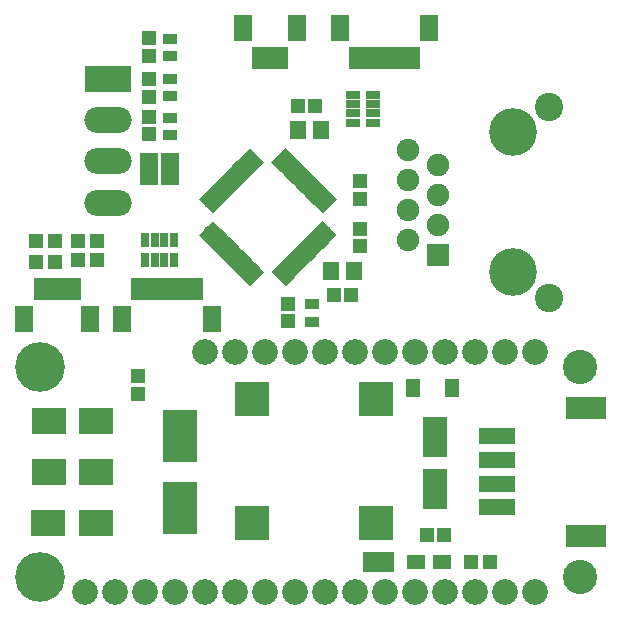
<source format=gbr>
G04 #@! TF.GenerationSoftware,KiCad,Pcbnew,(2017-06-19 revision 6733101c6)-makepkg*
G04 #@! TF.CreationDate,2017-07-31T00:47:17+09:30*
G04 #@! TF.ProjectId,ATM90E3x_fw,41544D39304533785F66772E6B696361,rev?*
G04 #@! TF.SameCoordinates,Original
G04 #@! TF.FileFunction,Soldermask,Top*
G04 #@! TF.FilePolarity,Negative*
%FSLAX46Y46*%
G04 Gerber Fmt 4.6, Leading zero omitted, Abs format (unit mm)*
G04 Created by KiCad (PCBNEW (2017-06-19 revision 6733101c6)-makepkg) date 07/31/17 00:47:17*
%MOMM*%
%LPD*%
G01*
G04 APERTURE LIST*
%ADD10C,0.100000*%
%ADD11O,4.000000X2.200000*%
%ADD12R,4.000000X2.200000*%
%ADD13R,1.600000X2.200000*%
%ADD14R,1.000000X1.950000*%
%ADD15R,1.400000X1.650000*%
%ADD16R,2.900000X2.200000*%
%ADD17R,3.399740X1.898600*%
%ADD18R,3.138120X1.408380*%
%ADD19R,2.000000X3.400000*%
%ADD20R,2.900000X4.400000*%
%ADD21R,1.200000X1.150000*%
%ADD22R,1.150000X1.200000*%
%ADD23R,1.370000X1.670000*%
%ADD24C,2.400000*%
%ADD25C,4.050000*%
%ADD26R,1.900000X1.900000*%
%ADD27C,1.900000*%
%ADD28R,1.300000X0.800000*%
%ADD29R,1.300000X1.600000*%
%ADD30R,1.200000X1.200000*%
%ADD31R,1.600000X1.300000*%
%ADD32R,0.800000X1.300000*%
%ADD33C,2.178000*%
%ADD34C,4.210000*%
%ADD35C,2.899360*%
%ADD36R,1.550000X1.400000*%
%ADD37R,1.300000X0.900000*%
%ADD38R,2.900000X2.900000*%
%ADD39C,0.650000*%
G04 APERTURE END LIST*
D10*
D11*
X115316000Y-57236000D03*
X115316000Y-53736000D03*
X115316000Y-50236000D03*
D12*
X115316000Y-46736000D03*
D13*
X108192000Y-67041000D03*
X113792000Y-67041000D03*
D14*
X109492000Y-64516000D03*
X110492000Y-64516000D03*
X111492000Y-64516000D03*
X112492000Y-64516000D03*
X122779000Y-64531000D03*
X121779000Y-64531000D03*
X120779000Y-64531000D03*
X119779000Y-64531000D03*
X118779000Y-64531000D03*
X117779000Y-64531000D03*
D13*
X124079000Y-67056000D03*
X116479000Y-67056000D03*
X142494000Y-42418000D03*
X134894000Y-42418000D03*
D14*
X141194000Y-44943000D03*
X140194000Y-44943000D03*
X139194000Y-44943000D03*
X138194000Y-44943000D03*
X137194000Y-44943000D03*
X136194000Y-44943000D03*
D13*
X131318000Y-42418000D03*
X126718000Y-42418000D03*
D14*
X130018000Y-44943000D03*
X129018000Y-44943000D03*
X128018000Y-44943000D03*
D15*
X134144000Y-62992000D03*
X136144000Y-62992000D03*
X131350000Y-51054000D03*
X133350000Y-51054000D03*
D16*
X114236000Y-84328000D03*
X110236000Y-84328000D03*
X114268000Y-80010000D03*
X110268000Y-80010000D03*
X114268000Y-75692000D03*
X110268000Y-75692000D03*
D17*
X155735020Y-85407500D03*
X155735020Y-74609960D03*
D18*
X148236940Y-83009740D03*
X148236940Y-81008220D03*
X148236940Y-79011780D03*
X148236940Y-77010260D03*
D19*
X143002000Y-77048000D03*
X143002000Y-81448000D03*
D20*
X121412000Y-83060000D03*
X121412000Y-76960000D03*
D21*
X142252000Y-85344000D03*
X143752000Y-85344000D03*
D22*
X117856000Y-71894000D03*
X117856000Y-73394000D03*
D23*
X138816000Y-87630000D03*
X137536000Y-87630000D03*
D24*
X152656000Y-65279000D03*
X152656000Y-49089000D03*
D25*
X149606000Y-51249000D03*
X149606000Y-63119000D03*
D26*
X143256000Y-61629000D03*
D27*
X140716000Y-60359000D03*
X143256000Y-59089000D03*
X140716000Y-57819000D03*
X143256000Y-56549000D03*
X140716000Y-55279000D03*
X143256000Y-54009000D03*
X140716000Y-52739000D03*
D28*
X137756000Y-49676000D03*
X137756000Y-48876000D03*
X137756000Y-50476000D03*
X137756000Y-48076000D03*
X136056000Y-50476000D03*
X136056000Y-49676000D03*
X136056000Y-48876000D03*
X136056000Y-48076000D03*
D29*
X141098000Y-72898000D03*
X144398000Y-72898000D03*
D30*
X146012000Y-87630000D03*
X147612000Y-87630000D03*
D31*
X141394000Y-87630000D03*
X143594000Y-87630000D03*
D32*
X120034000Y-60364000D03*
X119234000Y-60364000D03*
X120834000Y-60364000D03*
X118434000Y-60364000D03*
X120834000Y-62064000D03*
X120034000Y-62064000D03*
X119234000Y-62064000D03*
X118434000Y-62064000D03*
D33*
X113335000Y-90220800D03*
X115875000Y-90220800D03*
X118415000Y-90220800D03*
X120955000Y-90220800D03*
X123495000Y-90220800D03*
X126035000Y-90220800D03*
X128575000Y-90220800D03*
X131115000Y-90220800D03*
X133655000Y-90220800D03*
X136195000Y-90220800D03*
X138735000Y-90220800D03*
X141275000Y-90220800D03*
X143815000Y-90220800D03*
X146355000Y-90220800D03*
X148895000Y-90220800D03*
X151435000Y-90220800D03*
X151435000Y-69900800D03*
X148895000Y-69900800D03*
X146355000Y-69900800D03*
X143815000Y-69900800D03*
X141275000Y-69900800D03*
X138735000Y-69900800D03*
X136195000Y-69900800D03*
X133655000Y-69900800D03*
X131115000Y-69900800D03*
X128575000Y-69900800D03*
X126035000Y-69900800D03*
X123495000Y-69900800D03*
D34*
X109525000Y-71170800D03*
X109525000Y-88950800D03*
D35*
X155245000Y-71170800D03*
X155245000Y-88950800D03*
D21*
X131342000Y-49022000D03*
X132842000Y-49022000D03*
D22*
X118745000Y-44807000D03*
X118745000Y-43307000D03*
X136652000Y-60936000D03*
X136652000Y-59436000D03*
D21*
X134378000Y-65024000D03*
X135878000Y-65024000D03*
D22*
X130556000Y-65786000D03*
X130556000Y-67286000D03*
X118745000Y-51435000D03*
X118745000Y-49935000D03*
X136652000Y-56896000D03*
X136652000Y-55396000D03*
X118745000Y-48260000D03*
X118745000Y-46760000D03*
D36*
X120509000Y-53656000D03*
X118759000Y-53656000D03*
X118759000Y-55056000D03*
X120509000Y-55056000D03*
D37*
X120523000Y-43331000D03*
X120523000Y-44831000D03*
X120523000Y-46736000D03*
X120523000Y-48236000D03*
X132588000Y-67310000D03*
X132588000Y-65810000D03*
X120523000Y-50038000D03*
X120523000Y-51538000D03*
D38*
X127492000Y-84344000D03*
X137992000Y-84344000D03*
X137992000Y-73844000D03*
X127492000Y-73844000D03*
D30*
X114338000Y-60452000D03*
X112738000Y-60452000D03*
X109182000Y-60452000D03*
X110782000Y-60452000D03*
X109182000Y-62230000D03*
X110782000Y-62230000D03*
X114338000Y-62103000D03*
X112738000Y-62103000D03*
D39*
X133831458Y-57311429D03*
D10*
G36*
X134202689Y-56480579D02*
X134662308Y-56940198D01*
X133460227Y-58142279D01*
X133000608Y-57682660D01*
X134202689Y-56480579D01*
X134202689Y-56480579D01*
G37*
D39*
X133477905Y-56957876D03*
D10*
G36*
X133849136Y-56127026D02*
X134308755Y-56586645D01*
X133106674Y-57788726D01*
X132647055Y-57329107D01*
X133849136Y-56127026D01*
X133849136Y-56127026D01*
G37*
D39*
X133124351Y-56604322D03*
D10*
G36*
X133495582Y-55773472D02*
X133955201Y-56233091D01*
X132753120Y-57435172D01*
X132293501Y-56975553D01*
X133495582Y-55773472D01*
X133495582Y-55773472D01*
G37*
D39*
X132770798Y-56250769D03*
D10*
G36*
X133142029Y-55419919D02*
X133601648Y-55879538D01*
X132399567Y-57081619D01*
X131939948Y-56622000D01*
X133142029Y-55419919D01*
X133142029Y-55419919D01*
G37*
D39*
X132417245Y-55897216D03*
D10*
G36*
X132788476Y-55066366D02*
X133248095Y-55525985D01*
X132046014Y-56728066D01*
X131586395Y-56268447D01*
X132788476Y-55066366D01*
X132788476Y-55066366D01*
G37*
D39*
X132063691Y-55543662D03*
D10*
G36*
X132434922Y-54712812D02*
X132894541Y-55172431D01*
X131692460Y-56374512D01*
X131232841Y-55914893D01*
X132434922Y-54712812D01*
X132434922Y-54712812D01*
G37*
D39*
X131710138Y-55190109D03*
D10*
G36*
X132081369Y-54359259D02*
X132540988Y-54818878D01*
X131338907Y-56020959D01*
X130879288Y-55561340D01*
X132081369Y-54359259D01*
X132081369Y-54359259D01*
G37*
D39*
X131356584Y-54836555D03*
D10*
G36*
X131727815Y-54005705D02*
X132187434Y-54465324D01*
X130985353Y-55667405D01*
X130525734Y-55207786D01*
X131727815Y-54005705D01*
X131727815Y-54005705D01*
G37*
D39*
X131003031Y-54483002D03*
D10*
G36*
X131374262Y-53652152D02*
X131833881Y-54111771D01*
X130631800Y-55313852D01*
X130172181Y-54854233D01*
X131374262Y-53652152D01*
X131374262Y-53652152D01*
G37*
D39*
X130649478Y-54129449D03*
D10*
G36*
X131020709Y-53298599D02*
X131480328Y-53758218D01*
X130278247Y-54960299D01*
X129818628Y-54500680D01*
X131020709Y-53298599D01*
X131020709Y-53298599D01*
G37*
D39*
X130295924Y-53775895D03*
D10*
G36*
X130667155Y-52945045D02*
X131126774Y-53404664D01*
X129924693Y-54606745D01*
X129465074Y-54147126D01*
X130667155Y-52945045D01*
X130667155Y-52945045D01*
G37*
D39*
X129942371Y-53422342D03*
D10*
G36*
X130313602Y-52591492D02*
X130773221Y-53051111D01*
X129571140Y-54253192D01*
X129111521Y-53793573D01*
X130313602Y-52591492D01*
X130313602Y-52591492D01*
G37*
D39*
X127679629Y-53422342D03*
D10*
G36*
X126848779Y-53051111D02*
X127308398Y-52591492D01*
X128510479Y-53793573D01*
X128050860Y-54253192D01*
X126848779Y-53051111D01*
X126848779Y-53051111D01*
G37*
D39*
X127326076Y-53775895D03*
D10*
G36*
X126495226Y-53404664D02*
X126954845Y-52945045D01*
X128156926Y-54147126D01*
X127697307Y-54606745D01*
X126495226Y-53404664D01*
X126495226Y-53404664D01*
G37*
D39*
X126972522Y-54129449D03*
D10*
G36*
X126141672Y-53758218D02*
X126601291Y-53298599D01*
X127803372Y-54500680D01*
X127343753Y-54960299D01*
X126141672Y-53758218D01*
X126141672Y-53758218D01*
G37*
D39*
X126618969Y-54483002D03*
D10*
G36*
X125788119Y-54111771D02*
X126247738Y-53652152D01*
X127449819Y-54854233D01*
X126990200Y-55313852D01*
X125788119Y-54111771D01*
X125788119Y-54111771D01*
G37*
D39*
X126265416Y-54836555D03*
D10*
G36*
X125434566Y-54465324D02*
X125894185Y-54005705D01*
X127096266Y-55207786D01*
X126636647Y-55667405D01*
X125434566Y-54465324D01*
X125434566Y-54465324D01*
G37*
D39*
X125911862Y-55190109D03*
D10*
G36*
X125081012Y-54818878D02*
X125540631Y-54359259D01*
X126742712Y-55561340D01*
X126283093Y-56020959D01*
X125081012Y-54818878D01*
X125081012Y-54818878D01*
G37*
D39*
X125558309Y-55543662D03*
D10*
G36*
X124727459Y-55172431D02*
X125187078Y-54712812D01*
X126389159Y-55914893D01*
X125929540Y-56374512D01*
X124727459Y-55172431D01*
X124727459Y-55172431D01*
G37*
D39*
X125204755Y-55897216D03*
D10*
G36*
X124373905Y-55525985D02*
X124833524Y-55066366D01*
X126035605Y-56268447D01*
X125575986Y-56728066D01*
X124373905Y-55525985D01*
X124373905Y-55525985D01*
G37*
D39*
X124851202Y-56250769D03*
D10*
G36*
X124020352Y-55879538D02*
X124479971Y-55419919D01*
X125682052Y-56622000D01*
X125222433Y-57081619D01*
X124020352Y-55879538D01*
X124020352Y-55879538D01*
G37*
D39*
X124497649Y-56604322D03*
D10*
G36*
X123666799Y-56233091D02*
X124126418Y-55773472D01*
X125328499Y-56975553D01*
X124868880Y-57435172D01*
X123666799Y-56233091D01*
X123666799Y-56233091D01*
G37*
D39*
X124144095Y-56957876D03*
D10*
G36*
X123313245Y-56586645D02*
X123772864Y-56127026D01*
X124974945Y-57329107D01*
X124515326Y-57788726D01*
X123313245Y-56586645D01*
X123313245Y-56586645D01*
G37*
D39*
X123790542Y-57311429D03*
D10*
G36*
X122959692Y-56940198D02*
X123419311Y-56480579D01*
X124621392Y-57682660D01*
X124161773Y-58142279D01*
X122959692Y-56940198D01*
X122959692Y-56940198D01*
G37*
D39*
X123790542Y-59574171D03*
D10*
G36*
X124161773Y-58743321D02*
X124621392Y-59202940D01*
X123419311Y-60405021D01*
X122959692Y-59945402D01*
X124161773Y-58743321D01*
X124161773Y-58743321D01*
G37*
D39*
X124144095Y-59927724D03*
D10*
G36*
X124515326Y-59096874D02*
X124974945Y-59556493D01*
X123772864Y-60758574D01*
X123313245Y-60298955D01*
X124515326Y-59096874D01*
X124515326Y-59096874D01*
G37*
D39*
X124497649Y-60281278D03*
D10*
G36*
X124868880Y-59450428D02*
X125328499Y-59910047D01*
X124126418Y-61112128D01*
X123666799Y-60652509D01*
X124868880Y-59450428D01*
X124868880Y-59450428D01*
G37*
D39*
X124851202Y-60634831D03*
D10*
G36*
X125222433Y-59803981D02*
X125682052Y-60263600D01*
X124479971Y-61465681D01*
X124020352Y-61006062D01*
X125222433Y-59803981D01*
X125222433Y-59803981D01*
G37*
D39*
X125204755Y-60988384D03*
D10*
G36*
X125575986Y-60157534D02*
X126035605Y-60617153D01*
X124833524Y-61819234D01*
X124373905Y-61359615D01*
X125575986Y-60157534D01*
X125575986Y-60157534D01*
G37*
D39*
X125558309Y-61341938D03*
D10*
G36*
X125929540Y-60511088D02*
X126389159Y-60970707D01*
X125187078Y-62172788D01*
X124727459Y-61713169D01*
X125929540Y-60511088D01*
X125929540Y-60511088D01*
G37*
D39*
X125911862Y-61695491D03*
D10*
G36*
X126283093Y-60864641D02*
X126742712Y-61324260D01*
X125540631Y-62526341D01*
X125081012Y-62066722D01*
X126283093Y-60864641D01*
X126283093Y-60864641D01*
G37*
D39*
X126265416Y-62049045D03*
D10*
G36*
X126636647Y-61218195D02*
X127096266Y-61677814D01*
X125894185Y-62879895D01*
X125434566Y-62420276D01*
X126636647Y-61218195D01*
X126636647Y-61218195D01*
G37*
D39*
X126618969Y-62402598D03*
D10*
G36*
X126990200Y-61571748D02*
X127449819Y-62031367D01*
X126247738Y-63233448D01*
X125788119Y-62773829D01*
X126990200Y-61571748D01*
X126990200Y-61571748D01*
G37*
D39*
X126972522Y-62756151D03*
D10*
G36*
X127343753Y-61925301D02*
X127803372Y-62384920D01*
X126601291Y-63587001D01*
X126141672Y-63127382D01*
X127343753Y-61925301D01*
X127343753Y-61925301D01*
G37*
D39*
X127326076Y-63109705D03*
D10*
G36*
X127697307Y-62278855D02*
X128156926Y-62738474D01*
X126954845Y-63940555D01*
X126495226Y-63480936D01*
X127697307Y-62278855D01*
X127697307Y-62278855D01*
G37*
D39*
X127679629Y-63463258D03*
D10*
G36*
X128050860Y-62632408D02*
X128510479Y-63092027D01*
X127308398Y-64294108D01*
X126848779Y-63834489D01*
X128050860Y-62632408D01*
X128050860Y-62632408D01*
G37*
D39*
X129942371Y-63463258D03*
D10*
G36*
X129111521Y-63092027D02*
X129571140Y-62632408D01*
X130773221Y-63834489D01*
X130313602Y-64294108D01*
X129111521Y-63092027D01*
X129111521Y-63092027D01*
G37*
D39*
X130295924Y-63109705D03*
D10*
G36*
X129465074Y-62738474D02*
X129924693Y-62278855D01*
X131126774Y-63480936D01*
X130667155Y-63940555D01*
X129465074Y-62738474D01*
X129465074Y-62738474D01*
G37*
D39*
X130649478Y-62756151D03*
D10*
G36*
X129818628Y-62384920D02*
X130278247Y-61925301D01*
X131480328Y-63127382D01*
X131020709Y-63587001D01*
X129818628Y-62384920D01*
X129818628Y-62384920D01*
G37*
D39*
X131003031Y-62402598D03*
D10*
G36*
X130172181Y-62031367D02*
X130631800Y-61571748D01*
X131833881Y-62773829D01*
X131374262Y-63233448D01*
X130172181Y-62031367D01*
X130172181Y-62031367D01*
G37*
D39*
X131356584Y-62049045D03*
D10*
G36*
X130525734Y-61677814D02*
X130985353Y-61218195D01*
X132187434Y-62420276D01*
X131727815Y-62879895D01*
X130525734Y-61677814D01*
X130525734Y-61677814D01*
G37*
D39*
X131710138Y-61695491D03*
D10*
G36*
X130879288Y-61324260D02*
X131338907Y-60864641D01*
X132540988Y-62066722D01*
X132081369Y-62526341D01*
X130879288Y-61324260D01*
X130879288Y-61324260D01*
G37*
D39*
X132063691Y-61341938D03*
D10*
G36*
X131232841Y-60970707D02*
X131692460Y-60511088D01*
X132894541Y-61713169D01*
X132434922Y-62172788D01*
X131232841Y-60970707D01*
X131232841Y-60970707D01*
G37*
D39*
X132417245Y-60988384D03*
D10*
G36*
X131586395Y-60617153D02*
X132046014Y-60157534D01*
X133248095Y-61359615D01*
X132788476Y-61819234D01*
X131586395Y-60617153D01*
X131586395Y-60617153D01*
G37*
D39*
X132770798Y-60634831D03*
D10*
G36*
X131939948Y-60263600D02*
X132399567Y-59803981D01*
X133601648Y-61006062D01*
X133142029Y-61465681D01*
X131939948Y-60263600D01*
X131939948Y-60263600D01*
G37*
D39*
X133124351Y-60281278D03*
D10*
G36*
X132293501Y-59910047D02*
X132753120Y-59450428D01*
X133955201Y-60652509D01*
X133495582Y-61112128D01*
X132293501Y-59910047D01*
X132293501Y-59910047D01*
G37*
D39*
X133477905Y-59927724D03*
D10*
G36*
X132647055Y-59556493D02*
X133106674Y-59096874D01*
X134308755Y-60298955D01*
X133849136Y-60758574D01*
X132647055Y-59556493D01*
X132647055Y-59556493D01*
G37*
D39*
X133831458Y-59574171D03*
D10*
G36*
X133000608Y-59202940D02*
X133460227Y-58743321D01*
X134662308Y-59945402D01*
X134202689Y-60405021D01*
X133000608Y-59202940D01*
X133000608Y-59202940D01*
G37*
M02*

</source>
